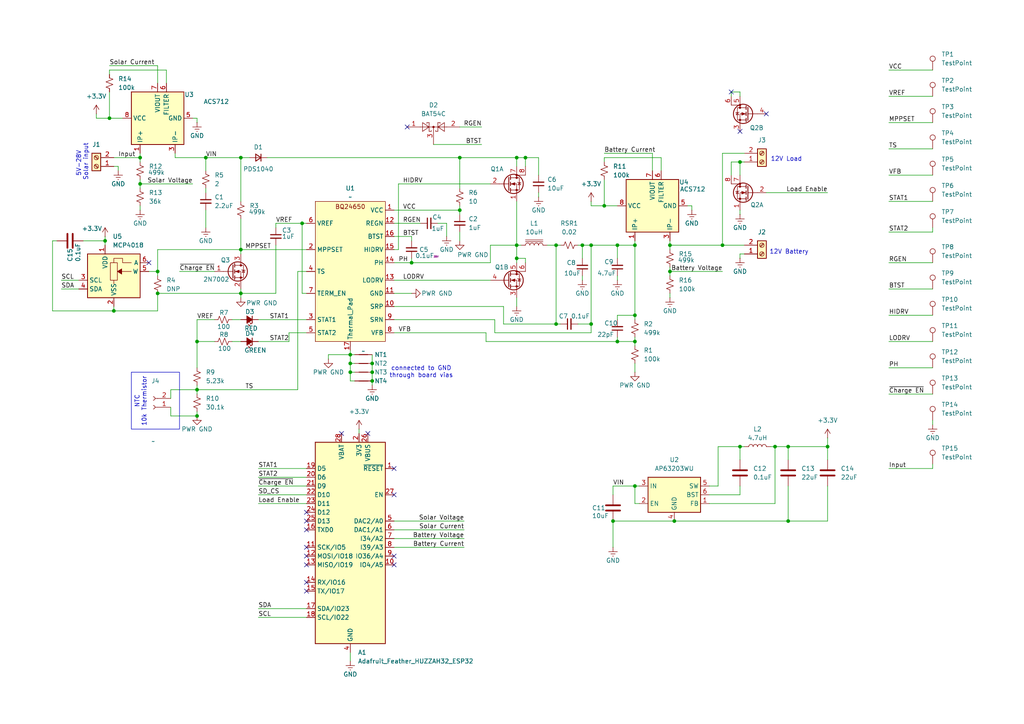
<source format=kicad_sch>
(kicad_sch (version 20231120) (generator "eeschema") (generator_version "8.0")
  (paper "A4")
  (title_block (title "MPPT Charge Controller") (rev "0.3"))
  (junction (at 45.72 85.09))
  (junction (at 57.15 99.06))
  (junction (at 168.91 71.12))
  (junction (at 149.86 45.72))
  (junction (at 184.15 71.12))
  (junction (at 107.95 105.41))
  (junction (at 69.85 85.09))
  (junction (at 101.6 102.87))
  (junction (at 184.15 91.44))
  (junction (at 179.07 71.12))
  (junction (at 69.85 45.72))
  (junction (at 214.63 129.54))
  (junction (at 209.55 71.12))
  (junction (at 214.63 46.99))
  (junction (at 101.6 105.41))
  (junction (at 171.45 71.12))
  (junction (at 228.6 129.54))
  (junction (at 87.63 64.77))
  (junction (at 179.07 99.06))
  (junction (at 45.72 78.74))
  (junction (at 57.15 113.03))
  (junction (at 133.35 45.72))
  (junction (at 171.45 93.98))
  (junction (at 175.26 59.69))
  (junction (at 228.6 151.13))
  (junction (at 161.29 93.98))
  (junction (at 40.64 45.72))
  (junction (at 184.15 140.97))
  (junction (at 107.95 107.95))
  (junction (at 133.35 60.96))
  (junction (at 149.86 71.12))
  (junction (at 240.03 129.54))
  (junction (at 40.64 53.34))
  (junction (at 149.86 74.93))
  (junction (at 195.58 151.13))
  (junction (at 57.15 120.65))
  (junction (at 184.15 99.06))
  (junction (at 161.29 71.12))
  (junction (at 30.48 69.85))
  (junction (at 177.8 151.13))
  (junction (at 33.02 90.17))
  (junction (at 119.38 76.2))
  (junction (at 194.31 78.74))
  (junction (at 101.6 107.95))
  (junction (at 31.75 34.29))
  (junction (at 69.85 72.39))
  (junction (at 107.95 110.49))
  (junction (at 224.79 129.54))
  (junction (at 152.4 45.72))
  (junction (at 194.31 71.12))
  (junction (at 59.69 45.72))
  (no_connect (at 222.25 33.02))
  (no_connect (at 114.3 161.29))
  (no_connect (at 88.9 148.59))
  (no_connect (at 88.9 158.75))
  (no_connect (at 118.11 36.83))
  (no_connect (at 88.9 168.91))
  (no_connect (at 214.63 38.1))
  (no_connect (at 88.9 161.29))
  (no_connect (at 88.9 153.67))
  (no_connect (at 88.9 163.83))
  (no_connect (at 212.09 26.67))
  (no_connect (at 88.9 151.13))
  (no_connect (at 43.18 76.2))
  (no_connect (at 106.68 125.73))
  (no_connect (at 114.3 143.51))
  (no_connect (at 114.3 163.83))
  (no_connect (at 99.06 125.73))
  (no_connect (at 114.3 135.89))
  (no_connect (at 88.9 171.45))
  (wire (pts (xy 140.97 96.52) (xy 114.3 96.52)))
  (wire (pts (xy 194.31 72.39) (xy 194.31 71.12)))
  (wire (pts (xy 114.3 92.71) (xy 143.51 92.71)))
  (wire (pts (xy 24.13 69.85) (xy 30.48 69.85)))
  (wire (pts (xy 257.81 35.56) (xy 270.51 35.56)))
  (wire (pts (xy 270.51 67.31) (xy 270.51 66.04)))
  (wire (pts (xy 171.45 58.42) (xy 171.45 59.69)))
  (wire (pts (xy 45.72 24.13) (xy 45.72 19.05)))
  (wire (pts (xy 74.93 179.07) (xy 88.9 179.07)))
  (wire (pts (xy 95.25 102.87) (xy 95.25 104.14)))
  (wire (pts (xy 175.26 52.07) (xy 175.26 59.69)))
  (wire (pts (xy 228.6 151.13) (xy 240.03 151.13)))
  (wire (pts (xy 101.6 105.41) (xy 102.87 105.41)))
  (wire (pts (xy 228.6 151.13) (xy 228.6 140.97)))
  (wire (pts (xy 49.53 113.03) (xy 49.53 115.57)))
  (wire (pts (xy 74.93 146.05) (xy 88.9 146.05)))
  (wire (pts (xy 59.69 45.72) (xy 69.85 45.72)))
  (wire (pts (xy 40.64 53.34) (xy 55.88 53.34)))
  (wire (pts (xy 31.75 20.32) (xy 48.26 20.32)))
  (wire (pts (xy 194.31 78.74) (xy 194.31 80.01)))
  (wire (pts (xy 257.81 50.8) (xy 270.51 50.8)))
  (wire (pts (xy 86.36 78.74) (xy 88.9 78.74)))
  (wire (pts (xy 33.02 90.17) (xy 45.72 90.17)))
  (wire (pts (xy 57.15 34.29) (xy 57.15 35.56)))
  (wire (pts (xy 222.25 55.88) (xy 240.03 55.88)))
  (wire (pts (xy 107.95 102.87) (xy 107.95 105.41)))
  (wire (pts (xy 224.79 129.54) (xy 224.79 146.05)))
  (wire (pts (xy 114.3 76.2) (xy 119.38 76.2)))
  (wire (pts (xy 40.64 53.34) (xy 40.64 54.61)))
  (wire (pts (xy 43.18 78.74) (xy 45.72 78.74)))
  (wire (pts (xy 215.9 71.12) (xy 209.55 71.12)))
  (wire (pts (xy 30.48 68.58) (xy 30.48 69.85)))
  (wire (pts (xy 31.75 26.67) (xy 31.75 34.29)))
  (wire (pts (xy 59.69 60.96) (xy 59.69 66.04)))
  (wire (pts (xy 240.03 127) (xy 240.03 129.54)))
  (wire (pts (xy 107.95 110.49) (xy 107.95 111.76)))
  (wire (pts (xy 194.31 78.74) (xy 209.55 78.74)))
  (wire (pts (xy 152.4 76.2) (xy 152.4 74.93)))
  (wire (pts (xy 224.79 129.54) (xy 228.6 129.54)))
  (wire (pts (xy 257.81 114.3) (xy 270.51 114.3)))
  (wire (pts (xy 114.3 153.67) (xy 134.62 153.67)))
  (wire (pts (xy 101.6 107.95) (xy 102.87 107.95)))
  (wire (pts (xy 156.21 57.15) (xy 156.21 55.88)))
  (wire (pts (xy 40.64 60.96) (xy 40.64 59.69)))
  (wire (pts (xy 74.93 92.71) (xy 88.9 92.71)))
  (wire (pts (xy 224.79 129.54) (xy 223.52 129.54)))
  (wire (pts (xy 177.8 151.13) (xy 177.8 158.75)))
  (wire (pts (xy 208.28 129.54) (xy 208.28 140.97)))
  (wire (pts (xy 15.24 69.85) (xy 15.24 90.17)))
  (wire (pts (xy 149.86 45.72) (xy 149.86 48.26)))
  (wire (pts (xy 184.15 146.05) (xy 184.15 140.97)))
  (wire (pts (xy 214.63 73.66) (xy 214.63 74.93)))
  (wire (pts (xy 209.55 71.12) (xy 209.55 44.45)))
  (wire (pts (xy 35.56 34.29) (xy 31.75 34.29)))
  (wire (pts (xy 114.3 64.77) (xy 121.92 64.77)))
  (wire (pts (xy 107.95 107.95) (xy 107.95 110.49)))
  (wire (pts (xy 175.26 45.72) (xy 191.77 45.72)))
  (wire (pts (xy 16.51 69.85) (xy 15.24 69.85)))
  (wire (pts (xy 52.07 78.74) (xy 62.23 78.74)))
  (wire (pts (xy 101.6 110.49) (xy 102.87 110.49)))
  (wire (pts (xy 31.75 21.59) (xy 31.75 20.32)))
  (wire (pts (xy 257.81 27.94) (xy 270.51 27.94)))
  (wire (pts (xy 143.51 96.52) (xy 143.51 92.71)))
  (wire (pts (xy 40.64 45.72) (xy 40.64 44.45)))
  (wire (pts (xy 215.9 129.54) (xy 214.63 129.54)))
  (wire (pts (xy 240.03 129.54) (xy 240.03 133.35)))
  (wire (pts (xy 55.88 34.29) (xy 57.15 34.29)))
  (wire (pts (xy 57.15 113.03) (xy 57.15 111.76)))
  (wire (pts (xy 59.69 55.88) (xy 59.69 54.61)))
  (wire (pts (xy 80.01 64.77) (xy 80.01 66.04)))
  (wire (pts (xy 57.15 92.71) (xy 62.23 92.71)))
  (wire (pts (xy 212.09 26.67) (xy 214.63 26.67)))
  (wire (pts (xy 74.93 176.53) (xy 88.9 176.53)))
  (wire (pts (xy 257.81 99.06) (xy 270.51 99.06)))
  (wire (pts (xy 114.3 156.21) (xy 134.62 156.21)))
  (wire (pts (xy 40.64 52.07) (xy 40.64 53.34)))
  (wire (pts (xy 179.07 71.12) (xy 184.15 71.12)))
  (wire (pts (xy 140.97 99.06) (xy 140.97 96.52)))
  (wire (pts (xy 80.01 71.12) (xy 80.01 85.09)))
  (wire (pts (xy 101.6 101.6) (xy 101.6 102.87)))
  (wire (pts (xy 34.29 48.26) (xy 34.29 49.53)))
  (wire (pts (xy 257.81 83.82) (xy 270.51 83.82)))
  (wire (pts (xy 27.94 34.29) (xy 27.94 33.02)))
  (wire (pts (xy 114.3 68.58) (xy 119.38 68.58)))
  (wire (pts (xy 57.15 114.3) (xy 57.15 113.03)))
  (wire (pts (xy 69.85 72.39) (xy 88.9 72.39)))
  (wire (pts (xy 142.24 71.12) (xy 149.86 71.12)))
  (wire (pts (xy 175.26 44.45) (xy 189.23 44.45)))
  (wire (pts (xy 31.75 19.05) (xy 45.72 19.05)))
  (wire (pts (xy 194.31 77.47) (xy 194.31 78.74)))
  (wire (pts (xy 149.86 71.12) (xy 149.86 74.93)))
  (wire (pts (xy 40.64 46.99) (xy 40.64 45.72)))
  (wire (pts (xy 152.4 45.72) (xy 152.4 48.26)))
  (wire (pts (xy 212.09 50.8) (xy 212.09 46.99)))
  (wire (pts (xy 167.64 93.98) (xy 171.45 93.98)))
  (wire (pts (xy 257.81 58.42) (xy 270.51 58.42)))
  (wire (pts (xy 101.6 102.87) (xy 101.6 105.41)))
  (wire (pts (xy 114.3 60.96) (xy 133.35 60.96)))
  (wire (pts (xy 142.24 76.2) (xy 142.24 71.12)))
  (wire (pts (xy 156.21 50.8) (xy 156.21 45.72)))
  (wire (pts (xy 101.6 107.95) (xy 101.6 110.49)))
  (wire (pts (xy 74.93 143.51) (xy 88.9 143.51)))
  (wire (pts (xy 74.93 138.43) (xy 88.9 138.43)))
  (wire (pts (xy 257.81 106.68) (xy 270.51 106.68)))
  (wire (pts (xy 69.85 45.72) (xy 69.85 58.42)))
  (wire (pts (xy 17.78 81.28) (xy 22.86 81.28)))
  (wire (pts (xy 228.6 129.54) (xy 228.6 133.35)))
  (wire (pts (xy 194.31 71.12) (xy 209.55 71.12)))
  (wire (pts (xy 119.38 74.93) (xy 119.38 76.2)))
  (wire (pts (xy 17.78 83.82) (xy 22.86 83.82)))
  (wire (pts (xy 87.63 64.77) (xy 87.63 85.09)))
  (wire (pts (xy 184.15 97.79) (xy 184.15 99.06)))
  (wire (pts (xy 74.93 99.06) (xy 83.82 99.06)))
  (wire (pts (xy 87.63 64.77) (xy 88.9 64.77)))
  (wire (pts (xy 49.53 120.65) (xy 57.15 120.65)))
  (wire (pts (xy 168.91 71.12) (xy 168.91 74.93)))
  (wire (pts (xy 270.51 123.19) (xy 270.51 121.92)))
  (wire (pts (xy 184.15 140.97) (xy 185.42 140.97)))
  (wire (pts (xy 270.51 135.89) (xy 270.51 134.62)))
  (wire (pts (xy 15.24 90.17) (xy 33.02 90.17)))
  (wire (pts (xy 45.72 78.74) (xy 45.72 72.39)))
  (wire (pts (xy 171.45 93.98) (xy 171.45 96.52)))
  (wire (pts (xy 146.05 88.9) (xy 146.05 93.98)))
  (wire (pts (xy 184.15 71.12) (xy 184.15 91.44)))
  (wire (pts (xy 45.72 85.09) (xy 69.85 85.09)))
  (wire (pts (xy 177.8 143.51) (xy 177.8 140.97)))
  (wire (pts (xy 69.85 83.82) (xy 69.85 85.09)))
  (wire (pts (xy 83.82 96.52) (xy 88.9 96.52)))
  (wire (pts (xy 57.15 113.03) (xy 86.36 113.03)))
  (wire (pts (xy 184.15 91.44) (xy 184.15 92.71)))
  (wire (pts (xy 101.6 191.77) (xy 101.6 189.23)))
  (wire (pts (xy 257.81 76.2) (xy 270.51 76.2)))
  (wire (pts (xy 171.45 96.52) (xy 143.51 96.52)))
  (wire (pts (xy 133.35 36.83) (xy 139.7 36.83)))
  (wire (pts (xy 107.95 105.41) (xy 107.95 107.95)))
  (wire (pts (xy 195.58 151.13) (xy 228.6 151.13)))
  (wire (pts (xy 171.45 71.12) (xy 179.07 71.12)))
  (wire (pts (xy 45.72 78.74) (xy 45.72 80.01)))
  (wire (pts (xy 69.85 73.66) (xy 69.85 72.39)))
  (wire (pts (xy 161.29 93.98) (xy 161.29 71.12)))
  (wire (pts (xy 104.14 124.46) (xy 104.14 125.73)))
  (wire (pts (xy 127 64.77) (xy 129.54 64.77)))
  (wire (pts (xy 149.86 74.93) (xy 152.4 74.93)))
  (wire (pts (xy 228.6 129.54) (xy 240.03 129.54)))
  (wire (pts (xy 83.82 96.52) (xy 83.82 99.06)))
  (wire (pts (xy 149.86 71.12) (xy 151.13 71.12)))
  (wire (pts (xy 208.28 140.97) (xy 205.74 140.97)))
  (wire (pts (xy 184.15 69.85) (xy 184.15 71.12)))
  (wire (pts (xy 168.91 81.28) (xy 168.91 80.01)))
  (wire (pts (xy 191.77 45.72) (xy 191.77 49.53)))
  (wire (pts (xy 74.93 140.97) (xy 88.9 140.97)))
  (wire (pts (xy 57.15 99.06) (xy 57.15 106.68)))
  (wire (pts (xy 69.85 85.09) (xy 80.01 85.09)))
  (wire (pts (xy 31.75 34.29) (xy 27.94 34.29)))
  (wire (pts (xy 214.63 129.54) (xy 208.28 129.54)))
  (wire (pts (xy 168.91 71.12) (xy 171.45 71.12)))
  (wire (pts (xy 194.31 71.12) (xy 194.31 69.85)))
  (wire (pts (xy 33.02 88.9) (xy 33.02 90.17)))
  (wire (pts (xy 179.07 71.12) (xy 179.07 74.93)))
  (wire (pts (xy 129.54 64.77) (xy 129.54 68.58)))
  (wire (pts (xy 171.45 59.69) (xy 175.26 59.69)))
  (wire (pts (xy 125.73 41.91) (xy 139.7 41.91)))
  (wire (pts (xy 215.9 73.66) (xy 214.63 73.66)))
  (wire (pts (xy 77.47 45.72) (xy 133.35 45.72)))
  (wire (pts (xy 101.6 102.87) (xy 102.87 102.87)))
  (wire (pts (xy 257.81 67.31) (xy 270.51 67.31)))
  (wire (pts (xy 119.38 68.58) (xy 119.38 69.85)))
  (wire (pts (xy 257.81 91.44) (xy 270.51 91.44)))
  (wire (pts (xy 179.07 99.06) (xy 184.15 99.06)))
  (wire (pts (xy 179.07 91.44) (xy 184.15 91.44)))
  (wire (pts (xy 161.29 93.98) (xy 162.56 93.98)))
  (wire (pts (xy 74.93 135.89) (xy 88.9 135.89)))
  (wire (pts (xy 101.6 105.41) (xy 101.6 107.95)))
  (wire (pts (xy 119.38 76.2) (xy 142.24 76.2)))
  (wire (pts (xy 57.15 92.71) (xy 57.15 99.06)))
  (wire (pts (xy 167.64 71.12) (xy 168.91 71.12)))
  (wire (pts (xy 240.03 151.13) (xy 240.03 140.97)))
  (wire (pts (xy 200.66 59.69) (xy 200.66 60.96)))
  (wire (pts (xy 133.35 62.23) (xy 133.35 60.96)))
  (wire (pts (xy 175.26 59.69) (xy 179.07 59.69)))
  (wire (pts (xy 33.02 45.72) (xy 40.64 45.72)))
  (wire (pts (xy 146.05 93.98) (xy 161.29 93.98)))
  (wire (pts (xy 179.07 97.79) (xy 179.07 99.06)))
  (wire (pts (xy 212.09 27.94) (xy 212.09 26.67)))
  (wire (pts (xy 114.3 158.75) (xy 134.62 158.75)))
  (wire (pts (xy 149.86 86.36) (xy 149.86 88.9)))
  (wire (pts (xy 189.23 49.53) (xy 189.23 44.45)))
  (wire (pts (xy 57.15 99.06) (xy 62.23 99.06)))
  (wire (pts (xy 214.63 129.54) (xy 214.63 133.35)))
  (wire (pts (xy 87.63 85.09) (xy 88.9 85.09)))
  (wire (pts (xy 214.63 143.51) (xy 214.63 140.97)))
  (wire (pts (xy 209.55 44.45) (xy 215.9 44.45)))
  (wire (pts (xy 175.26 46.99) (xy 175.26 45.72)))
  (wire (pts (xy 133.35 45.72) (xy 133.35 54.61)))
  (wire (pts (xy 184.15 99.06) (xy 184.15 100.33)))
  (wire (pts (xy 140.97 99.06) (xy 179.07 99.06)))
  (wire (pts (xy 214.63 26.67) (xy 214.63 27.94)))
  (wire (pts (xy 114.3 88.9) (xy 146.05 88.9)))
  (wire (pts (xy 171.45 71.12) (xy 171.45 93.98)))
  (wire (pts (xy 177.8 140.97) (xy 184.15 140.97)))
  (wire (pts (xy 133.35 59.69) (xy 133.35 60.96)))
  (wire (pts (xy 257.81 43.18) (xy 270.51 43.18)))
  (wire (pts (xy 205.74 143.51) (xy 214.63 143.51)))
  (wire (pts (xy 257.81 20.32) (xy 270.51 20.32)))
  (wire (pts (xy 80.01 64.77) (xy 87.63 64.77)))
  (wire (pts (xy 212.09 46.99) (xy 214.63 46.99)))
  (wire (pts (xy 162.56 71.12) (xy 161.29 71.12)))
  (wire (pts (xy 114.3 85.09) (xy 119.38 85.09)))
  (wire (pts (xy 205.74 146.05) (xy 224.79 146.05)))
  (wire (pts (xy 48.26 20.32) (xy 48.26 24.13)))
  (wire (pts (xy 45.72 72.39) (xy 69.85 72.39)))
  (wire (pts (xy 49.53 118.11) (xy 49.53 120.65)))
  (wire (pts (xy 161.29 71.12) (xy 158.75 71.12)))
  (wire (pts (xy 179.07 81.28) (xy 179.07 80.01)))
  (wire (pts (xy 270.51 135.89) (xy 257.81 135.89)))
  (wire (pts (xy 50.8 45.72) (xy 59.69 45.72)))
  (wire (pts (xy 194.31 86.36) (xy 194.31 85.09)))
  (wire (pts (xy 114.3 151.13) (xy 134.62 151.13)))
  (wire (pts (xy 179.07 91.44) (xy 179.07 92.71)))
  (wire (pts (xy 34.29 48.26) (xy 33.02 48.26)))
  (wire (pts (xy 199.39 59.69) (xy 200.66 59.69)))
  (wire (pts (xy 114.3 81.28) (xy 142.24 81.28)))
  (wire (pts (xy 185.42 146.05) (xy 184.15 146.05)))
  (wire (pts (xy 184.15 107.95) (xy 184.15 105.41)))
  (wire (pts (xy 177.8 151.13) (xy 195.58 151.13)))
  (wire (pts (xy 115.57 53.34) (xy 115.57 72.39)))
  (wire (pts (xy 214.63 46.99) (xy 214.63 50.8)))
  (wire (pts (xy 50.8 44.45) (xy 50.8 45.72)))
  (wire (pts (xy 95.25 102.87) (xy 101.6 102.87)))
  (wire (pts (xy 30.48 69.85) (xy 30.48 71.12)))
  (wire (pts (xy 215.9 46.99) (xy 214.63 46.99)))
  (wire (pts (xy 149.86 74.93) (xy 149.86 76.2)))
  (wire (pts (xy 45.72 90.17) (xy 45.72 85.09)))
  (wire (pts (xy 57.15 120.65) (xy 57.15 119.38)))
  (wire (pts (xy 69.85 45.72) (xy 72.39 45.72)))
  (wire (pts (xy 69.85 63.5) (xy 69.85 72.39)))
  (wire (pts (xy 133.35 69.85) (xy 133.35 67.31)))
  (wire (pts (xy 214.63 60.96) (xy 214.63 62.23)))
  (wire (pts (xy 67.31 99.06) (xy 69.85 99.06)))
  (wire (pts (xy 86.36 78.74) (xy 86.36 113.03)))
  (wire (pts (xy 57.15 113.03) (xy 49.53 113.03)))
  (wire (pts (xy 115.57 53.34) (xy 142.24 53.34)))
  (wire (pts (xy 133.35 45.72) (xy 149.86 45.72)))
  (wire (pts (xy 59.69 45.72) (xy 59.69 49.53)))
  (wire (pts (xy 149.86 45.72) (xy 152.4 45.72)))
  (wire (pts (xy 115.57 72.39) (xy 114.3 72.39)))
  (wire (pts (xy 152.4 45.72) (xy 156.21 45.72)))
  (wire (pts (xy 149.86 58.42) (xy 149.86 71.12)))
  (wire (pts (xy 69.85 85.09) (xy 69.85 86.36)))
  (wire (pts (xy 67.31 92.71) (xy 69.85 92.71)))
  (text_box "NTC\n10k Thermistor" (at 38.1 107.95 90) (size 13.97 16.51) (effects (font (size 1.27 1.27)) (justify top)))
  (text "5V-28V \nSolar input" (at 23.876 46.99 90) (effects (font (size 1.27 1.27))))
  (text "12V Load" (at 228.092 46.228 0) (effects (font (size 1.27 1.27))))
  (text "12V Battery" (at 228.854 73.152 0) (effects (font (size 1.27 1.27))))
  (text "connected to GND\nthrough board vias" (at 122.174 107.95 0) (effects (font (size 1.27 1.27))))
  (label "STAT1" (at 74.93 135.89 0))
  (label "BTST" (at 257.81 83.82 0))
  (label "TS" (at 257.81 43.18 0))
  (label "VCC" (at 257.81 20.32 0))
  (label "SD_CS" (at 74.93 143.51 0))
  (label "~{Charge EN}" (at 74.93 140.97 0))
  (label "Input" (at 34.29 45.72 0))
  (label "SCL" (at 17.78 81.28 0))
  (label "Battery Voltage" (at 209.55 78.74 180))
  (label "Solar Voltage" (at 55.88 53.34 180))
  (label "Load Enable" (at 240.03 55.88 180))
  (label "~{Charge EN}" (at 52.07 78.74 0))
  (label "LODRV" (at 257.81 99.06 0))
  (label "STAT2" (at 257.81 67.31 0))
  (label "Load Enable" (at 74.93 146.05 0))
  (label "HIDRV" (at 257.81 91.44 0))
  (label "VCC" (at 116.84 60.96 0))
  (label "Solar Voltage" (at 134.62 151.13 180))
  (label "VREF" (at 80.01 64.77 0))
  (label "MPPSET" (at 71.12 72.39 0))
  (label "STAT2" (at 83.82 99.06 180))
  (label "RGEN" (at 257.81 76.2 0))
  (label "VFB" (at 115.57 96.52 0))
  (label "Solar Current" (at 31.75 19.05 0))
  (label "BTST" (at 139.7 41.91 180))
  (label "VFB" (at 257.81 50.8 0))
  (label "VIN" (at 59.69 45.72 0))
  (label "TS" (at 71.12 113.03 0))
  (label "HIDRV" (at 116.84 53.34 0))
  (label "VIN" (at 177.8 140.97 0))
  (label "Battery Voltage" (at 134.62 156.21 180))
  (label "VREF" (at 57.15 92.71 0))
  (label "Battery Current" (at 134.62 158.75 180))
  (label "Input" (at 257.81 135.89 0))
  (label "LODRV" (at 116.84 81.28 0))
  (label "SDA" (at 17.78 83.82 0))
  (label "STAT1" (at 83.82 92.71 180))
  (label "~{Charge EN}" (at 257.81 114.3 0))
  (label "RGEN" (at 116.84 64.77 0))
  (label "STAT2" (at 74.93 138.43 0))
  (label "PH" (at 115.57 76.2 0))
  (label "VREF" (at 257.81 27.94 0))
  (label "MPPSET" (at 257.81 35.56 0))
  (label "PH" (at 257.81 106.68 0))
  (label "SDA" (at 74.93 176.53 0))
  (label "BTST" (at 116.84 68.58 0))
  (label "RGEN" (at 139.7 36.83 180))
  (label "SCL" (at 74.93 179.07 0))
  (label "STAT1" (at 257.81 58.42 0))
  (label "Solar Current" (at 134.62 153.67 180))
  (label "Battery Current" (at 175.26 44.45 0))
  (symbol (lib_id "Device:R_Small_US") (at 194.31 74.93 0) (unit 1)
    (property "Reference" "R15" (at 196.85 73.6599 0) (effects (justify left)))
    (property "Value" "499k" (at 196.596 75.438 0) (effects (justify left)))
    (property "Footprint" "Resistor_SMD:R_0603_1608Metric" (effects (hide yes)))
    (property "Description" "Resistor, small US symbol" (effects (hide yes)))
  )
  (symbol (lib_id "Regulator_Switching:AP63203WU") (at 195.58 143.51 0) (unit 1)
    (property "Reference" "U2" (at 195.58 133.35 0))
    (property "Value" "AP63203WU" (at 195.58 135.89 0))
    (property "Footprint" "Package_TO_SOT_SMD:TSOT-23-6" (effects (hide yes)))
    (property "Datasheet" "https://www.diodes.com/assets/Datasheets/AP63200-AP63201-AP63203-AP63205.pdf" (effects (hide yes)))
  )
  (symbol (lib_id "Device:C_Small") (at 80.01 68.58 0) (unit 1)
    (property "Reference" "C3" (at 81.788 66.802 0) (effects (justify left)))
    (property "Value" "1uF" (at 81.788 68.58 0) (effects (justify left)))
    (property "Footprint" "Capacitor_SMD:C_0603_1608Metric" (effects (hide yes)))
    (property "Description" "Unpolarized capacitor, small symbol" (effects (hide yes)))
  )
  (symbol (lib_id "Device:C_Small") (at 124.46 64.77 90) (unit 1)
    (property "Reference" "C4" (at 126.746 62.992 90))
    (property "Value" "1uF" (at 127 66.294 90))
    (property "Footprint" "Capacitor_SMD:C_0603_1608Metric" (effects (hide yes)))
    (property "Description" "Unpolarized capacitor, small symbol" (effects (hide yes)))
  )
  (symbol (lib_id "power:Earth") (at 194.31 86.36 0) (unit 1)
    (property "Reference" "#PWR024" (effects (hide yes)))
    (property "Value" "GND" (at 194.31 90.17 0))
    (property "Description" "Power symbol creates a global label with name \"Earth\"" (effects (hide yes)))
  )
  (symbol (lib_id "Connector:Screw_Terminal_01x02") (at 27.94 48.26 180) (unit 1)
    (property "Reference" "J1" (at 27.94 41.91 0))
    (property "Value" "Conn_01x02_Socket" (effects (hide yes)))
    (property "Footprint" "TerminalBlock:TerminalBlock_bornier-2_P5.08mm" (effects (hide yes)))
    (property "Description" "Generic screw terminal, single row, 01x02, script generated (kicad-library-utils/schlib/autogen/connector/)" (effects (hide yes)))
  )
  (symbol (lib_id "power:Earth") (at 214.63 62.23 0) (unit 1)
    (property "Reference" "#PWR025" (effects (hide yes)))
    (property "Value" "GND" (at 214.63 66.04 0))
    (property "Description" "Power symbol creates a global label with name \"Earth\"" (effects (hide yes)))
  )
  (symbol (lib_id "Connector:TestPoint") (at 270.51 106.68 0) (unit 1)
    (property "Reference" "TP12" (at 273.05 102.1079 0) (effects (justify left)))
    (property "Value" "TestPoint" (at 273.05 104.6479 0) (effects (justify left)))
    (property "Footprint" "TestPoint:TestPoint_Pad_D1.0mm" (effects (hide yes)))
    (property "Description" "test point" (effects (hide yes)))
  )
  (symbol (lib_id "power:GND") (at 133.35 69.85 0) (unit 1)
    (property "Reference" "#PWR010" (effects (hide yes)))
    (property "Value" "PWR GND" (at 137.16 73.914 0))
    (property "Description" "Power symbol creates a global label with name \"GND\" , ground" (effects (hide yes)))
  )
  (symbol (lib_id "power:Earth") (at 129.54 68.58 0) (unit 1)
    (property "Reference" "#PWR011" (effects (hide yes)))
    (property "Value" "GND" (at 129.54 72.39 0))
    (property "Description" "Power symbol creates a global label with name \"Earth\"" (effects (hide yes)))
  )
  (symbol (lib_id "Device:D_Small") (at 74.93 45.72 180) (unit 1)
    (property "Reference" "D1" (at 74.93 42.672 0))
    (property "Value" "PDS1040" (at 74.93 49.022 0))
    (property "Footprint" "Diode_SMD:D_PowerDI-5" (effects (hide yes)))
    (property "Description" "Diode, small symbol" (effects (hide yes)))
    (property "Sim.Device" "D" (effects (hide yes)))
    (property "Sim.Pins" "1=K 2=A" (effects (hide yes)))
  )
  (symbol (lib_id "Device:R_Small_US") (at 45.72 82.55 0) (unit 1)
    (property "Reference" "R4" (at 48.26 81.2799 0) (effects (justify left)))
    (property "Value" "DNP" (at 48.26 83.8199 0) (effects (justify left)))
    (property "Footprint" "Resistor_SMD:R_0603_1608Metric" (effects (hide yes)))
    (property "Description" "Resistor, small US symbol" (effects (hide yes)))
  )
  (symbol (lib_id "Connector:TestPoint") (at 270.51 50.8 0) (unit 1)
    (property "Reference" "TP5" (at 273.05 46.2279 0) (effects (justify left)))
    (property "Value" "TestPoint" (at 273.05 48.7679 0) (effects (justify left)))
    (property "Footprint" "TestPoint:TestPoint_Pad_D1.0mm" (effects (hide yes)))
    (property "Description" "test point" (effects (hide yes)))
  )
  (symbol (lib_id "MCU_Module:Adafruit_Feather_HUZZAH32_ESP32") (at 101.6 156.21 0) (unit 1)
    (property "Reference" "A1" (at 103.7941 189.23 0) (effects (justify left)))
    (property "Value" "Adafruit_Feather_HUZZAH32_ESP32" (at 103.7941 191.77 0) (effects (justify left)))
    (property "Footprint" "Module:Adafruit_Feather" (effects (hide yes)))
    (property "Datasheet" "https://cdn-learn.adafruit.com/downloads/pdf/adafruit-huzzah32-esp32-feather.pdf" (effects (hide yes)))
    (property "Description" "Microcontroller module with ESP32 MCU" (effects (hide yes)))
  )
  (symbol (lib_id "Device:LED_Small_Filled") (at 72.39 92.71 180) (unit 1)
    (property "Reference" "D3" (at 71.12 90.424 0) (effects (justify right)))
    (property "Value" "RED" (at 70.866 95.25 0) (effects (justify right)))
    (property "Footprint" "LED_SMD:LED_0603_1608Metric" (effects (hide yes)))
    (property "Description" "Light emitting diode, small symbol, filled shape" (effects (hide yes)))
  )
  (symbol (lib_id "Connector:TestPoint") (at 270.51 58.42 0) (unit 1)
    (property "Reference" "TP6" (at 273.05 53.8479 0) (effects (justify left)))
    (property "Value" "TestPoint" (at 273.05 56.3879 0) (effects (justify left)))
    (property "Footprint" "TestPoint:TestPoint_Pad_D1.0mm" (effects (hide yes)))
    (property "Description" "test point" (effects (hide yes)))
  )
  (symbol (lib_id "Device:R_Small_US") (at 184.15 95.25 0) (unit 1)
    (property "Reference" "R2" (at 186.69 93.9799 0) (effects (justify left)))
    (property "Value" "499k" (at 186.69 96.5199 0) (effects (justify left)))
    (property "Footprint" "Resistor_SMD:R_0603_1608Metric" (effects (hide yes)))
    (property "Description" "Resistor, small US symbol" (effects (hide yes)))
  )
  (symbol (lib_id "Device:C_Small") (at 179.07 95.25 180) (unit 1)
    (property "Reference" "C10" (at 175.26 93.726 0) (effects (justify right)))
    (property "Value" "22pF" (at 173.228 97.028 0) (effects (justify right)))
    (property "Footprint" "Capacitor_SMD:C_0603_1608Metric" (effects (hide yes)))
    (property "Description" "Unpolarized capacitor, small symbol" (effects (hide yes)))
  )
  (symbol (lib_id "Device:R_Small_US") (at 40.64 57.15 0) (unit 1)
    (property "Reference" "R13" (at 43.18 55.8799 0) (effects (justify left)))
    (property "Value" "36k" (at 43.18 58.4199 0) (effects (justify left)))
    (property "Footprint" "Resistor_SMD:R_0603_1608Metric" (effects (hide yes)))
    (property "Description" "Resistor, small US symbol" (effects (hide yes)))
  )
  (symbol (lib_id "Sensor_Current:ACS712xLCTR-05B") (at 189.23 59.69 90) (unit 1)
    (property "Reference" "U4" (at 198.374 52.832 90))
    (property "Value" "ACS712" (at 200.914 54.864 90))
    (property "Footprint" "Package_SO:SOIC-8_3.9x4.9mm_P1.27mm" (effects (hide yes)))
    (property "Datasheet" "http://www.allegromicro.com/~/media/Files/Datasheets/ACS712-Datasheet.ashx?la=en" (effects (hide yes)))
    (property "Description" "±5A Bidirectional Hall-Effect Current Sensor, +5.0V supply, 185mV/A, SOIC-8" (effects (hide yes)))
  )
  (symbol (lib_id "power:+3.3V") (at 104.14 124.46 0) (unit 1)
    (property "Reference" "#PWR021" (effects (hide yes)))
    (property "Value" "+3.3V" (at 104.14 119.38 0))
    (property "Description" "Power symbol creates a global label with name \"+3.3V\"" (effects (hide yes)))
  )
  (symbol (lib_id "Device:C_Small") (at 165.1 93.98 90) (unit 1)
    (property "Reference" "C7" (at 162.052 91.694 90) (effects (justify right)))
    (property "Value" "0.1uF" (at 165.608 91.694 90) (effects (justify right)))
    (property "Footprint" "Capacitor_SMD:C_0603_1608Metric" (effects (hide yes)))
    (property "Description" "Unpolarized capacitor, small symbol" (effects (hide yes)))
  )
  (symbol (lib_id "Transistor_FET:2N7002") (at 67.31 78.74 0) (unit 1)
    (property "Reference" "Q3" (at 64.008 75.438 0) (effects (justify left)))
    (property "Value" "2N7002" (at 58.928 81.026 0) (effects (justify left)))
    (property "Footprint" "Package_TO_SOT_SMD:SOT-23" (effects (hide yes)))
    (property "Datasheet" "https://www.onsemi.com/pub/Collateral/NDS7002A-D.PDF" (effects (hide yes)))
    (property "Description" "0.115A Id, 60V Vds, N-Channel MOSFET, SOT-23" (effects (hide yes)))
  )
  (symbol (lib_id "power:+3.3V") (at 240.03 127 0) (unit 1)
    (property "Reference" "#PWR019" (effects (hide yes)))
    (property "Value" "+3.3V" (at 240.03 121.92 0))
    (property "Description" "Power symbol creates a global label with name \"+3.3V\"" (effects (hide yes)))
  )
  (symbol (lib_id "Connector:TestPoint") (at 270.51 43.18 0) (unit 1)
    (property "Reference" "TP4" (at 273.05 38.6079 0) (effects (justify left)))
    (property "Value" "TestPoint" (at 273.05 41.1479 0) (effects (justify left)))
    (property "Footprint" "TestPoint:TestPoint_Pad_D1.0mm" (effects (hide yes)))
    (property "Description" "test point" (effects (hide yes)))
  )
  (symbol (lib_id "Connector:TestPoint") (at 270.51 20.32 0) (unit 1)
    (property "Reference" "TP1" (at 273.05 15.7479 0) (effects (justify left)))
    (property "Value" "TestPoint" (at 273.05 18.2879 0) (effects (justify left)))
    (property "Footprint" "TestPoint:TestPoint_Pad_D1.0mm" (effects (hide yes)))
    (property "Description" "test point" (effects (hide yes)))
  )
  (symbol (lib_id "Device:R_Small_US") (at 64.77 99.06 90) (unit 1)
    (property "Reference" "R8" (at 66.294 97.028 90) (effects (justify left)))
    (property "Value" "100" (at 67.056 101.092 90) (effects (justify left)))
    (property "Footprint" "Resistor_SMD:R_0603_1608Metric" (effects (hide yes)))
    (property "Description" "Resistor, small US symbol" (effects (hide yes)))
  )
  (symbol (lib_id "Device:R_Small_US") (at 31.75 24.13 0) (unit 1)
    (property "Reference" "R14" (at 34.29 22.8599 0) (effects (justify left)))
    (property "Value" "100k" (at 34.29 25.3999 0) (effects (justify left)))
    (property "Footprint" "Resistor_SMD:R_0603_1608Metric" (effects (hide yes)))
    (property "Description" "Resistor, small US symbol" (effects (hide yes)))
  )
  (symbol (lib_id "Device:C_Small") (at 156.21 53.34 180) (unit 1)
    (property "Reference" "C6" (at 158.75 52.0635 0) (effects (justify right)))
    (property "Value" "10uF" (at 158.75 54.6035 0) (effects (justify right)))
    (property "Footprint" "Capacitor_SMD:C_1206_3216Metric" (effects (hide yes)))
    (property "Description" "Unpolarized capacitor, small symbol" (effects (hide yes)))
  )
  (symbol (lib_id "Device:C_Small") (at 133.35 64.77 0) (unit 1)
    (property "Reference" "C2" (at 135.89 63.5062 0) (effects (justify left)))
    (property "Value" "1uF" (at 135.89 66.0462 0) (effects (justify left)))
    (property "Footprint" "Capacitor_SMD:C_0603_1608Metric" (effects (hide yes)))
    (property "Description" "Unpolarized capacitor, small symbol" (effects (hide yes)))
  )
  (symbol (lib_id "power:Earth") (at 177.8 158.75 0) (unit 1)
    (property "Reference" "#PWR023" (effects (hide yes)))
    (property "Value" "GND" (at 177.8 162.56 0))
    (property "Description" "Power symbol creates a global label with name \"Earth\"" (effects (hide yes)))
  )
  (symbol (lib_id "Connector:Conn_01x02_Socket") (at 44.45 118.11 180) (unit 1)
    (property "Reference" "J4" (at 45.085 110.49 0))
    (property "Value" "~" (at 44.45 128.016 0))
    (property "Footprint" "Connector_PinSocket_2.54mm:PinSocket_1x02_P2.54mm_Vertical" (effects (hide yes)))
    (property "Description" "Generic connector, single row, 01x02, script generated" (effects (hide yes)))
  )
  (symbol (lib_id "Device:Q_Dual_NMOS_S1G1S2G2D2D2D1D1") (at 217.17 55.88 0) (mirror y) (unit 1)
    (property "Reference" "Q2" (at 221.488 59.436 0) (effects (justify left)))
    (property "Value" "Q_Dual_NMOS_S1G1S2G2D2D2D1D1" (effects (hide yes)))
    (property "Footprint" "Package_SO:PowerPAK_SO-8_Dual" (effects (hide yes)))
    (property "Description" "Dual NMOS transistor, 8 pin package" (effects (hide yes)))
  )
  (symbol (lib_id "Connector:TestPoint") (at 270.51 99.06 0) (unit 1)
    (property "Reference" "TP11" (at 273.05 94.4879 0) (effects (justify left)))
    (property "Value" "TestPoint" (at 273.05 97.0279 0) (effects (justify left)))
    (property "Footprint" "TestPoint:TestPoint_Pad_D1.0mm" (effects (hide yes)))
    (property "Description" "test point" (effects (hide yes)))
  )
  (symbol (lib_id "Device:LED_Small_Filled") (at 72.39 99.06 180) (unit 1)
    (property "Reference" "D4" (at 71.12 96.774 0) (effects (justify right)))
    (property "Value" "GREEN" (at 70.866 101.6 0) (effects (justify right)))
    (property "Footprint" "LED_SMD:LED_0603_1608Metric" (effects (hide yes)))
    (property "Description" "Light emitting diode, small symbol, filled shape" (effects (hide yes)))
  )
  (symbol (lib_id "Connector:TestPoint") (at 270.51 76.2 0) (unit 1)
    (property "Reference" "TP8" (at 273.05 71.6279 0) (effects (justify left)))
    (property "Value" "TestPoint" (at 273.05 74.1679 0) (effects (justify left)))
    (property "Footprint" "TestPoint:TestPoint_Pad_D1.0mm" (effects (hide yes)))
    (property "Description" "test point" (effects (hide yes)))
  )
  (symbol (lib_id "Device:R_Small_US") (at 57.15 116.84 0) (unit 1)
    (property "Reference" "R10" (at 59.69 115.5699 0) (effects (justify left)))
    (property "Value" "30.1k" (at 59.69 118.1099 0) (effects (justify left)))
    (property "Footprint" "Resistor_SMD:R_0603_1608Metric" (effects (hide yes)))
    (property "Description" "Resistor, small US symbol" (effects (hide yes)))
  )
  (symbol (lib_id "Device:R_Small_US") (at 194.31 82.55 0) (unit 1)
    (property "Reference" "R16" (at 196.85 81.2799 0) (effects (justify left)))
    (property "Value" "100k" (at 196.85 83.8199 0) (effects (justify left)))
    (property "Footprint" "Resistor_SMD:R_0603_1608Metric" (effects (hide yes)))
    (property "Description" "Resistor, small US symbol" (effects (hide yes)))
  )
  (symbol (lib_id "Device:C_Small") (at 168.91 77.47 180) (unit 1)
    (property "Reference" "C8" (at 164.338 76.2 0) (effects (justify right)))
    (property "Value" "10uF" (at 163.576 79.248 0) (effects (justify right)))
    (property "Footprint" "Capacitor_SMD:C_1206_3216Metric" (effects (hide yes)))
    (property "Description" "Unpolarized capacitor, small symbol" (effects (hide yes)))
  )
  (symbol (lib_id "power:Earth") (at 34.29 49.53 0) (unit 1)
    (property "Reference" "#PWR07" (effects (hide yes)))
    (property "Value" "GND" (at 34.29 53.34 0))
    (property "Description" "Power symbol creates a global label with name \"Earth\"" (effects (hide yes)))
  )
  (symbol (lib_id "Connector:TestPoint") (at 270.51 35.56 0) (unit 1)
    (property "Reference" "TP3" (at 273.05 30.9879 0) (effects (justify left)))
    (property "Value" "TestPoint" (at 273.05 33.5279 0) (effects (justify left)))
    (property "Footprint" "TestPoint:TestPoint_Pad_D1.0mm" (effects (hide yes)))
    (property "Description" "test point" (effects (hide yes)))
  )
  (symbol (lib_id "Connector:TestPoint") (at 270.51 91.44 0) (unit 1)
    (property "Reference" "TP10" (at 273.05 86.8679 0) (effects (justify left)))
    (property "Value" "TestPoint" (at 273.05 89.4079 0) (effects (justify left)))
    (property "Footprint" "TestPoint:TestPoint_Pad_D1.0mm" (effects (hide yes)))
    (property "Description" "test point" (effects (hide yes)))
  )
  (symbol (lib_id "power:Earth") (at 57.15 35.56 0) (unit 1)
    (property "Reference" "#PWR020" (effects (hide yes)))
    (property "Value" "GND" (at 57.15 39.37 0))
    (property "Description" "Power symbol creates a global label with name \"Earth\"" (effects (hide yes)))
  )
  (symbol (lib_id "Device:C") (at 228.6 137.16 0) (unit 1)
    (property "Reference" "C13" (at 232.41 135.8899 0) (effects (justify left)))
    (property "Value" "22uF" (at 232.41 138.4299 0) (effects (justify left)))
    (property "Footprint" "Capacitor_SMD:C_0603_1608Metric" (effects (hide yes)))
  )
  (symbol (lib_id "Device:C_Small") (at 179.07 77.47 180) (unit 1)
    (property "Reference" "C9" (at 175.26 75.946 0) (effects (justify right)))
    (property "Value" "4.7uF" (at 173.228 79.248 0) (effects (justify right)))
    (property "Footprint" "Capacitor_SMD:C_0805_2012Metric" (effects (hide yes)))
    (property "Description" "Unpolarized capacitor, small symbol" (effects (hide yes)))
  )
  (symbol (lib_id "Device:C_Small") (at 59.69 58.42 0) (unit 1)
    (property "Reference" "C1" (at 62.23 57.1562 0) (effects (justify left)))
    (property "Value" "2.2uF" (at 62.23 59.6962 0) (effects (justify left)))
    (property "Footprint" "Capacitor_SMD:C_1210_3225Metric" (effects (hide yes)))
    (property "Description" "Unpolarized capacitor, small symbol" (effects (hide yes)))
  )
  (symbol (lib_id "Device:Q_Dual_NMOS_S1G1S2G2D2D2D1D1") (at 147.32 53.34 0) (unit 1)
    (property "Reference" "Q1" (at 142.24 49.022 0) (effects (justify left)))
    (property "Value" "Q_Dual_NMOS_S1G1S2G2D2D2D1D1" (effects (hide yes)))
    (property "Footprint" "Package_SO:PowerPAK_SO-8_Dual" (effects (hide yes)))
    (property "Description" "Dual NMOS transistor, 8 pin package" (effects (hide yes)))
  )
  (symbol (lib_id "Sensor_Current:ACS712xLCTR-05B") (at 45.72 34.29 90) (unit 1)
    (property "Reference" "U3" (at 54.864 27.432 90))
    (property "Value" "ACS712" (at 62.738 29.464 90))
    (property "Footprint" "Package_SO:SOIC-8_3.9x4.9mm_P1.27mm" (effects (hide yes)))
    (property "Datasheet" "http://www.allegromicro.com/~/media/Files/Datasheets/ACS712-Datasheet.ashx?la=en" (effects (hide yes)))
    (property "Description" "±5A Bidirectional Hall-Effect Current Sensor, +5.0V supply, 185mV/A, SOIC-8" (effects (hide yes)))
  )
  (symbol (lib_id "Device:C_Small") (at 119.38 72.39 180) (unit 1)
    (property "Reference" "C5" (at 122.936 72.39 0))
    (property "Value" "0.1uF" (at 123.19 74.168 0))
    (property "Footprint" "Capacitor_SMD:C_0603_1608Metric" (effects (hide yes)))
    (property "Description" "Unpolarized capacitor, small symbol" (effects (hide yes)))
    (property "Voltage Rating" "35V" (at 126.492 74.422 0) (effects (font (size 0.508 0.508))))
  )
  (symbol (lib_id "Device:Q_Dual_NMOS_S1G1S2G2D2D2D1D1") (at 147.32 81.28 0) (unit 2)
    (property "Reference" "Q1" (at 143.51 77.47 0) (effects (justify left)))
    (property "Value" "Q_Dual_NMOS_S1G1S2G2D2D2D1D1" (effects (hide yes)))
    (property "Footprint" "Package_SO:PowerPAK_SO-8_Dual" (effects (hide yes)))
    (property "Description" "Dual NMOS transistor, 8 pin package" (effects (hide yes)))
  )
  (symbol (lib_id "Device:R_Small_US") (at 64.77 92.71 90) (unit 1)
    (property "Reference" "R7" (at 66.294 90.678 90) (effects (justify left)))
    (property "Value" "100" (at 66.802 94.742 90) (effects (justify left)))
    (property "Footprint" "Resistor_SMD:R_0603_1608Metric" (effects (hide yes)))
    (property "Description" "Resistor, small US symbol" (effects (hide yes)))
  )
  (symbol (lib_id "power:Earth") (at 214.63 74.93 0) (unit 1)
    (property "Reference" "#PWR016" (effects (hide yes)))
    (property "Value" "GND" (at 214.63 78.74 0))
    (property "Description" "Power symbol creates a global label with name \"Earth\"" (effects (hide yes)))
  )
  (symbol (lib_id "Device:L_Iron") (at 154.94 71.12 90) (unit 1)
    (property "Reference" "L1" (at 154.94 64.77 90))
    (property "Value" "10uH" (at 154.94 67.31 90))
    (property "Footprint" "MPPT Charge Controller Footprint Library:L_Vishay_6.9x6.5" (effects (hide yes)))
    (property "Description" "Inductor with iron core" (effects (hide yes)))
  )
  (symbol (lib_id "MPPT Charge Controller Symbol Library:BQ24650") (at 101.6 78.74 0) (unit 1)
    (property "Reference" "U1" (at 101.6 54.61 0))
    (property "Value" "~" (at 101.6 57.15 0))
    (property "Footprint" "MPPT Charge Controller Footprint Library:VQFN-16_EP_3.5x3.5_Pitch0.5mm" (effects (hide yes)))
  )
  (symbol (lib_id "Device:R_Small_US") (at 69.85 60.96 0) (unit 1)
    (property "Reference" "R3" (at 72.39 59.6899 0) (effects (justify left)))
    (property "Value" "499k" (at 72.136 61.468 0) (effects (justify left)))
    (property "Footprint" "Resistor_SMD:R_0603_1608Metric" (effects (hide yes)))
    (property "Description" "Resistor, small US symbol" (effects (hide yes)))
  )
  (symbol (lib_id "power:+3.3V") (at 27.94 33.02 0) (unit 1)
    (property "Reference" "#PWR018" (effects (hide yes)))
    (property "Value" "+3.3V" (at 27.94 27.94 0))
    (property "Description" "Power symbol creates a global label with name \"+3.3V\"" (effects (hide yes)))
  )
  (symbol (lib_id "Connector:TestPoint") (at 270.51 27.94 0) (unit 1)
    (property "Reference" "TP2" (at 273.05 23.3679 0) (effects (justify left)))
    (property "Value" "TestPoint" (at 273.05 25.9079 0) (effects (justify left)))
    (property "Footprint" "TestPoint:TestPoint_Pad_D1.0mm" (effects (hide yes)))
    (property "Description" "test point" (effects (hide yes)))
  )
  (symbol (lib_id "Connector:TestPoint") (at 270.51 134.62 0) (unit 1)
    (property "Reference" "TP15" (at 273.05 130.0479 0) (effects (justify left)))
    (property "Value" "TestPoint" (at 273.05 132.5879 0) (effects (justify left)))
    (property "Footprint" "TestPoint:TestPoint_Loop_D2.60mm_Drill1.6mm_Beaded" (effects (hide yes)))
    (property "Description" "test point" (effects (hide yes)))
  )
  (symbol (lib_id "power:Earth") (at 101.6 191.77 0) (unit 1)
    (property "Reference" "#PWR022" (effects (hide yes)))
    (property "Value" "GND" (at 101.6 195.58 0))
    (property "Description" "Power symbol creates a global label with name \"Earth\"" (effects (hide yes)))
  )
  (symbol (lib_id "Device:C") (at 177.8 147.32 180) (unit 1)
    (property "Reference" "C11" (at 171.704 147.32 0) (effects (justify right)))
    (property "Value" "10uF" (at 171.704 149.606 0) (effects (justify right)))
    (property "Footprint" "Capacitor_SMD:C_0603_1608Metric" (effects (hide yes)))
  )
  (symbol (lib_id "power:+3.3V") (at 171.45 58.42 0) (unit 1)
    (property "Reference" "#PWR04" (effects (hide yes)))
    (property "Value" "+3.3V" (at 171.45 53.34 0))
    (property "Description" "Power symbol creates a global label with name \"+3.3V\"" (effects (hide yes)))
  )
  (symbol (lib_id "power:Earth") (at 200.66 60.96 0) (unit 1)
    (property "Reference" "#PWR09" (effects (hide yes)))
    (property "Value" "GND" (at 200.66 64.77 0))
    (property "Description" "Power symbol creates a global label with name \"Earth\"" (effects (hide yes)))
  )
  (symbol (lib_id "Connector:Screw_Terminal_01x02") (at 220.98 46.99 0) (mirror x) (unit 1)
    (property "Reference" "J3" (at 220.98 40.64 0))
    (property "Value" "Conn_01x02_Socket" (effects (hide yes)))
    (property "Footprint" "TerminalBlock:TerminalBlock_bornier-2_P5.08mm" (effects (hide yes)))
    (property "Description" "Generic screw terminal, single row, 01x02, script generated (kicad-library-utils/schlib/autogen/connector/)" (effects (hide yes)))
  )
  (symbol (lib_id "power:Earth") (at 168.91 81.28 0) (unit 1)
    (property "Reference" "#PWR014" (effects (hide yes)))
    (property "Value" "GND" (at 168.91 85.09 0))
    (property "Description" "Power symbol creates a global label with name \"Earth\"" (effects (hide yes)))
  )
  (symbol (lib_id "power:GND") (at 69.85 86.36 0) (unit 1)
    (property "Reference" "#PWR03" (effects (hide yes)))
    (property "Value" "PWR GND" (at 75.946 87.884 0))
    (property "Description" "Power symbol creates a global label with name \"GND\" , ground" (effects (hide yes)))
  )
  (symbol (lib_id "power:GND") (at 95.25 104.14 0) (unit 1)
    (property "Reference" "#PWR02" (effects (hide yes)))
    (property "Value" "PWR GND" (at 95.25 107.95 0))
    (property "Description" "Power symbol creates a global label with name \"GND\" , ground" (effects (hide yes)))
  )
  (symbol (lib_id "Connector:TestPoint") (at 270.51 121.92 0) (unit 1)
    (property "Reference" "TP14" (at 273.05 117.3479 0) (effects (justify left)))
    (property "Value" "TestPoint" (at 273.05 119.8879 0) (effects (justify left)))
    (property "Footprint" "TestPoint:TestPoint_Loop_D2.60mm_Drill1.6mm_Beaded" (effects (hide yes)))
    (property "Description" "test point" (effects (hide yes)))
  )
  (symbol (lib_id "power:Earth") (at 149.86 88.9 0) (unit 1)
    (property "Reference" "#PWR012" (effects (hide yes)))
    (property "Value" "GND" (at 149.86 92.71 0))
    (property "Description" "Power symbol creates a global label with name \"Earth\"" (effects (hide yes)))
  )
  (symbol (lib_id "Device:R_Small_US") (at 133.35 57.15 0) (unit 1)
    (property "Reference" "R6" (at 135.89 55.8799 0) (effects (justify left)))
    (property "Value" "10" (at 135.89 58.4199 0) (effects (justify left)))
    (property "Footprint" "Resistor_SMD:R_0603_1608Metric" (effects (hide yes)))
    (property "Description" "Resistor, small US symbol" (effects (hide yes)))
  )
  (symbol (lib_id "Device:R_Small_US") (at 165.1 71.12 270) (unit 1)
    (property "Reference" "RSR1" (at 165.1 64.77 90))
    (property "Value" "0.02" (at 165.1 67.31 90))
    (property "Footprint" "Resistor_SMD:R_1206_3216Metric" (effects (hide yes)))
    (property "Description" "Resistor, small US symbol" (effects (hide yes)))
  )
  (symbol (lib_id "Diode:BAT54C") (at 125.73 36.83 0) (unit 1)
    (property "Reference" "D2" (at 125.73 30.48 0))
    (property "Value" "BAT54C" (at 125.73 33.02 0))
    (property "Footprint" "Package_TO_SOT_SMD:SOT-23" (effects (hide yes)))
    (property "Datasheet" "http://www.diodes.com/_files/datasheets/ds11005.pdf" (effects (hide yes)))
    (property "Description" "dual schottky barrier diode, common cathode" (effects (hide yes)))
  )
  (symbol (lib_id "Connector:TestPoint") (at 270.51 83.82 0) (unit 1)
    (property "Reference" "TP9" (at 273.05 79.2479 0) (effects (justify left)))
    (property "Value" "TestPoint" (at 273.05 81.7879 0) (effects (justify left)))
    (property "Footprint" "TestPoint:TestPoint_Pad_D1.0mm" (effects (hide yes)))
    (property "Description" "test point" (effects (hide yes)))
  )
  (symbol (lib_id "power:Earth") (at 156.21 57.15 0) (unit 1)
    (property "Reference" "#PWR013" (effects (hide yes)))
    (property "Value" "GND" (at 156.21 60.96 0))
    (property "Description" "Power symbol creates a global label with name \"Earth\"" (effects (hide yes)))
  )
  (symbol (lib_id "Device:NetTie_2") (at 105.41 107.95 0) (unit 1) (in_bom no)
    (property "Reference" "NT3" (at 110.49 107.95 0))
    (property "Footprint" "NetTie:NetTie-2_SMD_Pad0.5mm" (effects (hide yes)))
    (property "Description" "Net tie, 2 pins" (effects (hide yes)))
  )
  (symbol (lib_id "power:GND") (at 57.15 120.65 0) (unit 1)
    (property "Reference" "#PWR08" (effects (hide yes)))
    (property "Value" "PWR GND" (at 57.15 124.46 0))
    (property "Description" "Power symbol creates a global label with name \"GND\" , ground" (effects (hide yes)))
  )
  (symbol (lib_id "power:Earth") (at 59.69 66.04 0) (unit 1)
    (property "Reference" "#PWR01" (effects (hide yes)))
    (property "Value" "GND" (at 59.69 69.85 0))
    (property "Description" "Power symbol creates a global label with name \"Earth\"" (effects (hide yes)))
  )
  (symbol (lib_id "power:Earth") (at 270.51 123.19 0) (unit 1)
    (property "Reference" "#PWR026" (effects (hide yes)))
    (property "Value" "GND" (at 270.51 127 0))
    (property "Description" "Power symbol creates a global label with name \"Earth\"" (effects (hide yes)))
  )
  (symbol (lib_id "power:GND") (at 184.15 107.95 0) (unit 1)
    (property "Reference" "#PWR05" (effects (hide yes)))
    (property "Value" "PWR GND" (at 184.15 111.76 0))
    (property "Description" "Power symbol creates a global label with name \"GND\" , ground" (effects (hide yes)))
  )
  (symbol (lib_id "Device:NetTie_2") (at 105.41 105.41 0) (unit 1) (in_bom no)
    (property "Reference" "NT2" (at 110.49 105.41 0))
    (property "Footprint" "NetTie:NetTie-2_SMD_Pad0.5mm" (effects (hide yes)))
    (property "Description" "Net tie, 2 pins" (effects (hide yes)))
  )
  (symbol (lib_id "power:Earth") (at 107.95 111.76 0) (unit 1)
    (property "Reference" "#PWR06" (effects (hide yes)))
    (property "Value" "GND" (at 107.95 115.57 0))
    (property "Description" "Power symbol creates a global label with name \"Earth\"" (effects (hide yes)))
  )
  (symbol (lib_id "Device:R_Small_US") (at 175.26 49.53 0) (unit 1)
    (property "Reference" "R11" (at 177.8 48.2599 0) (effects (justify left)))
    (property "Value" "100k" (at 177.8 50.7999 0) (effects (justify left)))
    (property "Footprint" "Resistor_SMD:R_0603_1608Metric" (effects (hide yes)))
    (property "Description" "Resistor, small US symbol" (effects (hide yes)))
  )
  (symbol (lib_id "Device:R_Small_US") (at 57.15 109.22 0) (unit 1)
    (property "Reference" "R9" (at 59.69 107.9499 0) (effects (justify left)))
    (property "Value" "5.23k" (at 59.69 110.4899 0) (effects (justify left)))
    (property "Footprint" "Resistor_SMD:R_0603_1608Metric" (effects (hide yes)))
    (property "Description" "Resistor, small US symbol" (effects (hide yes)))
  )
  (symbol (lib_id "power:+3.3V") (at 30.48 68.58 0) (unit 1)
    (property "Reference" "#PWR028" (effects (hide yes)))
    (property "Value" "+3.3V" (at 26.67 66.294 0))
    (property "Description" "Power symbol creates a global label with name \"+3.3V\"" (effects (hide yes)))
  )
  (symbol (lib_id "Device:L") (at 219.71 129.54 90) (unit 1)
    (property "Reference" "L2" (at 219.71 124.46 90))
    (property "Value" "4.7uH" (at 219.71 127 90))
    (property "Footprint" "Inductor_SMD:L_Vishay_IFSC-1515AH_4x4x1.8mm" (effects (hide yes)))
    (property "Datasheet" "IFSC1515AHER4R7M01" (effects (hide yes)))
  )
  (symbol (lib_id "power:GND") (at 119.38 85.09 90) (unit 1)
    (property "Reference" "#PWR027" (effects (hide yes)))
    (property "Value" "PWR GND" (at 126.746 85.09 90))
    (property "Description" "Power symbol creates a global label with name \"GND\" , ground" (effects (hide yes)))
  )
  (symbol (lib_id "Device:C") (at 20.32 69.85 270) (unit 1)
    (property "Reference" "C15" (at 20.32 75.946 0) (effects (justify right)))
    (property "Value" "0.1uF" (at 22.606 75.946 0) (effects (justify right)))
    (property "Footprint" "Capacitor_SMD:C_0603_1608Metric" (effects (hide yes)))
  )
  (symbol (lib_id "Device:NetTie_2") (at 105.41 110.49 0) (unit 1) (in_bom no)
    (property "Reference" "NT4" (at 110.49 110.49 0))
    (property "Footprint" "NetTie:NetTie-2_SMD_Pad0.5mm" (effects (hide yes)))
    (property "Description" "Net tie, 2 pins" (effects (hide yes)))
  )
  (symbol (lib_id "Potentiometer_Digital:MCP4018-xxxxLT") (at 33.02 81.28 0) (unit 1)
    (property "Reference" "U5" (at 32.6741 68.58 0) (effects (justify left)))
    (property "Value" "MCP4018" (at 32.6741 71.12 0) (effects (justify left)))
    (property "Footprint" "Package_TO_SOT_SMD:SOT-363_SC-70-6" (effects (hide yes)))
    (property "Datasheet" "http://ww1.microchip.com/downloads/en/DeviceDoc/22147a.pdf" (effects (hide yes)))
    (property "Description" "Low-Cost 128-Step Volatile I2C Digital Potentiometer, SC-70-6" (effects (hide yes)))
  )
  (symbol (lib_id "Device:R_Small_US") (at 59.69 52.07 0) (unit 1)
    (property "Reference" "R5" (at 62.23 50.7999 0) (effects (justify left)))
    (property "Value" "2" (at 62.23 53.3399 0) (effects (justify left)))
    (property "Footprint" "Resistor_SMD:R_2512_6332Metric" (effects (hide yes)))
    (property "Description" "Resistor, small US symbol" (effects (hide yes)))
  )
  (symbol (lib_id "power:Earth") (at 40.64 60.96 0) (unit 1)
    (property "Reference" "#PWR017" (effects (hide yes)))
    (property "Value" "GND" (at 40.64 64.77 0))
    (property "Description" "Power symbol creates a global label with name \"Earth\"" (effects (hide yes)))
  )
  (symbol (lib_id "Connector:TestPoint") (at 270.51 114.3 0) (unit 1)
    (property "Reference" "TP13" (at 273.05 109.7279 0) (effects (justify left)))
    (property "Value" "TestPoint" (at 273.05 112.2679 0) (effects (justify left)))
    (property "Footprint" "TestPoint:TestPoint_Pad_D1.0mm" (effects (hide yes)))
    (property "Description" "test point" (effects (hide yes)))
  )
  (symbol (lib_id "Device:C") (at 240.03 137.16 0) (unit 1)
    (property "Reference" "C14" (at 243.84 135.8899 0) (effects (justify left)))
    (property "Value" "22uF" (at 243.84 138.4299 0) (effects (justify left)))
    (property "Footprint" "Capacitor_SMD:C_0603_1608Metric" (effects (hide yes)))
  )
  (symbol (lib_id "Connector:TestPoint") (at 270.51 66.04 0) (unit 1)
    (property "Reference" "TP7" (at 273.05 61.4679 0) (effects (justify left)))
    (property "Value" "TestPoint" (at 273.05 64.0079 0) (effects (justify left)))
    (property "Footprint" "TestPoint:TestPoint_Pad_D1.0mm" (effects (hide yes)))
    (property "Description" "test point" (effects (hide yes)))
  )
  (symbol (lib_id "Connector:Screw_Terminal_01x02") (at 220.98 73.66 0) (mirror x) (unit 1)
    (property "Reference" "J2" (at 220.98 67.31 0))
    (property "Value" "Conn_01x02_Socket" (effects (hide yes)))
    (property "Footprint" "TerminalBlock:TerminalBlock_bornier-2_P5.08mm" (effects (hide yes)))
    (property "Description" "Generic screw terminal, single row, 01x02, script generated (kicad-library-utils/schlib/autogen/connector/)" (effects (hide yes)))
  )
  (symbol (lib_id "Device:R_Small_US") (at 184.15 102.87 0) (unit 1)
    (property "Reference" "R1" (at 186.69 101.5999 0) (effects (justify left)))
    (property "Value" "100k" (at 186.69 104.1399 0) (effects (justify left)))
    (property "Footprint" "Resistor_SMD:R_0603_1608Metric" (effects (hide yes)))
    (property "Description" "Resistor, small US symbol" (effects (hide yes)))
  )
  (symbol (lib_id "Device:Q_Dual_NMOS_S1G1S2G2D2D2D1D1") (at 217.17 33.02 0) (mirror y) (unit 2)
    (property "Reference" "Q2" (at 221.488 37.084 0) (effects (justify left)))
    (property "Value" "Q_Dual_NMOS_S1G1S2G2D2D2D1D1" (effects (hide yes)))
    (property "Footprint" "Package_SO:PowerPAK_SO-8_Dual" (effects (hide yes)))
    (property "Description" "Dual NMOS transistor, 8 pin package" (effects (hide yes)))
  )
  (symbol (lib_id "power:Earth") (at 179.07 81.28 0) (unit 1)
    (property "Reference" "#PWR015" (effects (hide yes)))
    (property "Value" "GND" (at 179.07 85.09 0))
    (property "Description" "Power symbol creates a global label with name \"Earth\"" (effects (hide yes)))
  )
  (symbol (lib_id "Device:R_Small_US") (at 40.64 49.53 0) (unit 1)
    (property "Reference" "R12" (at 43.18 48.2599 0) (effects (justify left)))
    (property "Value" "499k" (at 42.926 50.038 0) (effects (justify left)))
    (property "Footprint" "Resistor_SMD:R_0603_1608Metric" (effects (hide yes)))
    (property "Description" "Resistor, small US symbol" (effects (hide yes)))
  )
  (symbol (lib_id "Device:C") (at 214.63 137.16 0) (unit 1)
    (property "Reference" "C12" (at 218.44 135.8899 0) (effects (justify left)))
    (property "Value" "0.1uF" (at 218.44 138.4299 0) (effects (justify left)))
    (property "Footprint" "Capacitor_SMD:C_0603_1608Metric" (effects (hide yes)))
  )
  (symbol (lib_id "Device:NetTie_2") (at 105.41 102.87 0) (unit 1) (in_bom no)
    (property "Reference" "NT1" (at 110.49 102.87 0))
    (property "Value" "~" (at 105.41 101.854 0))
    (property "Footprint" "NetTie:NetTie-2_SMD_Pad0.5mm" (effects (hide yes)))
    (property "Description" "Net tie, 2 pins" (effects (hide yes)))
  )
)
</source>
